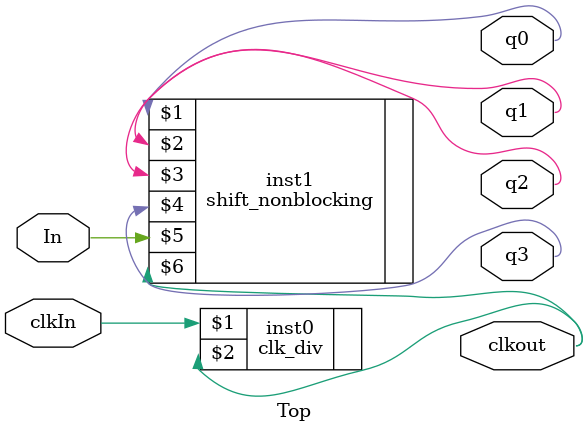
<source format=v>
module Top(clkIn, In, q0, q1, q2, q3,clkout);
input clkIn, In;
output q0, q1, q2, q3,clkout;

clk_div inst0(clkIn, clkout);
shift_nonblocking inst1(q0, q1, q2, q3, In, clkout);

endmodule
</source>
